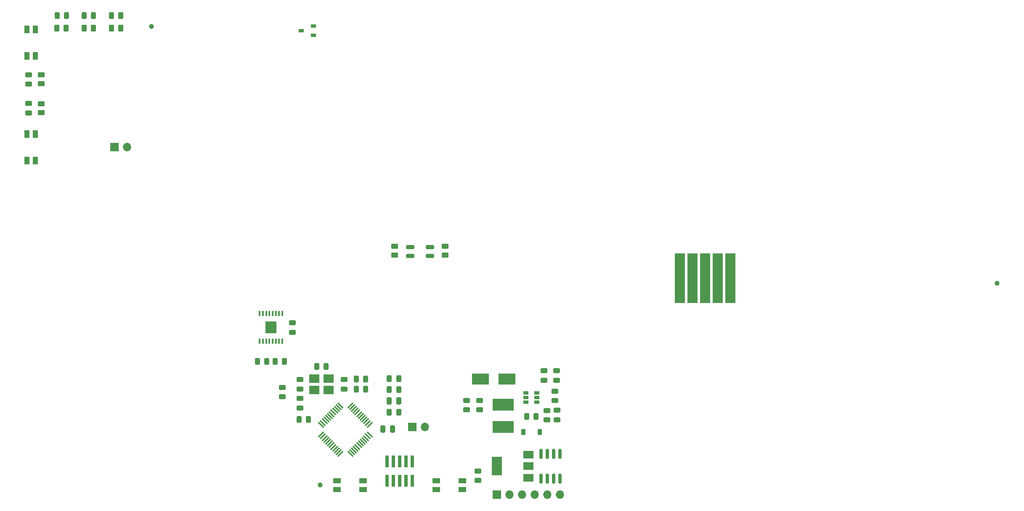
<source format=gts>
G04 #@! TF.GenerationSoftware,KiCad,Pcbnew,6.0.0-d3dd2cf0fa~116~ubuntu21.10.1*
G04 #@! TF.CreationDate,2022-02-12T15:32:21+00:00*
G04 #@! TF.ProjectId,mobo,6d6f626f-2e6b-4696-9361-645f70636258,rev?*
G04 #@! TF.SameCoordinates,Original*
G04 #@! TF.FileFunction,Soldermask,Top*
G04 #@! TF.FilePolarity,Negative*
%FSLAX46Y46*%
G04 Gerber Fmt 4.6, Leading zero omitted, Abs format (unit mm)*
G04 Created by KiCad (PCBNEW 6.0.0-d3dd2cf0fa~116~ubuntu21.10.1) date 2022-02-12 15:32:21*
%MOMM*%
%LPD*%
G01*
G04 APERTURE LIST*
G04 Aperture macros list*
%AMRoundRect*
0 Rectangle with rounded corners*
0 $1 Rounding radius*
0 $2 $3 $4 $5 $6 $7 $8 $9 X,Y pos of 4 corners*
0 Add a 4 corners polygon primitive as box body*
4,1,4,$2,$3,$4,$5,$6,$7,$8,$9,$2,$3,0*
0 Add four circle primitives for the rounded corners*
1,1,$1+$1,$2,$3*
1,1,$1+$1,$4,$5*
1,1,$1+$1,$6,$7*
1,1,$1+$1,$8,$9*
0 Add four rect primitives between the rounded corners*
20,1,$1+$1,$2,$3,$4,$5,0*
20,1,$1+$1,$4,$5,$6,$7,0*
20,1,$1+$1,$6,$7,$8,$9,0*
20,1,$1+$1,$8,$9,$2,$3,0*%
G04 Aperture macros list end*
%ADD10RoundRect,0.243750X0.456250X-0.243750X0.456250X0.243750X-0.456250X0.243750X-0.456250X-0.243750X0*%
%ADD11RoundRect,0.243750X-0.243750X-0.456250X0.243750X-0.456250X0.243750X0.456250X-0.243750X0.456250X0*%
%ADD12RoundRect,0.243750X-0.456250X0.243750X-0.456250X-0.243750X0.456250X-0.243750X0.456250X0.243750X0*%
%ADD13RoundRect,0.243750X0.243750X0.456250X-0.243750X0.456250X-0.243750X-0.456250X0.243750X-0.456250X0*%
%ADD14R,3.500000X2.300000*%
%ADD15R,0.900000X1.200000*%
%ADD16C,1.000000*%
%ADD17R,4.200000X2.400000*%
%ADD18R,1.700000X1.700000*%
%ADD19O,1.700000X1.700000*%
%ADD20RoundRect,0.250000X-0.450000X0.262500X-0.450000X-0.262500X0.450000X-0.262500X0.450000X0.262500X0*%
%ADD21RoundRect,0.250000X0.450000X-0.262500X0.450000X0.262500X-0.450000X0.262500X-0.450000X-0.262500X0*%
%ADD22R,1.000000X1.550000*%
%ADD23R,1.000000X0.700000*%
%ADD24RoundRect,0.150000X0.150000X-0.825000X0.150000X0.825000X-0.150000X0.825000X-0.150000X-0.825000X0*%
%ADD25R,2.310000X2.460000*%
%ADD26R,0.450000X1.050000*%
%ADD27R,2.000000X1.500000*%
%ADD28R,2.000000X3.800000*%
%ADD29RoundRect,0.075000X-0.521491X0.415425X0.415425X-0.521491X0.521491X-0.415425X-0.415425X0.521491X0*%
%ADD30RoundRect,0.075000X-0.521491X-0.415425X-0.415425X-0.521491X0.521491X0.415425X0.415425X0.521491X0*%
%ADD31R,1.060000X0.650000*%
%ADD32R,2.100000X1.800000*%
%ADD33RoundRect,0.250000X0.262500X0.450000X-0.262500X0.450000X-0.262500X-0.450000X0.262500X-0.450000X0*%
%ADD34RoundRect,0.197500X0.632500X-0.197500X0.632500X0.197500X-0.632500X0.197500X-0.632500X-0.197500X0*%
%ADD35R,2.000000X10.000000*%
%ADD36R,0.740000X2.400000*%
%ADD37R,1.550000X1.000000*%
%ADD38RoundRect,0.250000X0.250000X0.475000X-0.250000X0.475000X-0.250000X-0.475000X0.250000X-0.475000X0*%
%ADD39RoundRect,0.250000X-0.250000X-0.475000X0.250000X-0.475000X0.250000X0.475000X-0.250000X0.475000X0*%
G04 APERTURE END LIST*
D10*
X70866000Y-82217500D03*
X70866000Y-80342500D03*
D11*
X73302500Y-80200000D03*
X75177500Y-80200000D03*
X73309000Y-82296000D03*
X75184000Y-82296000D03*
D12*
X61976000Y-84152500D03*
X61976000Y-86027500D03*
D13*
X67231500Y-77724000D03*
X65356500Y-77724000D03*
D10*
X61976000Y-82217500D03*
X61976000Y-80342500D03*
D13*
X58849500Y-76708000D03*
X56974500Y-76708000D03*
D12*
X60452000Y-68912500D03*
X60452000Y-70787500D03*
X97790000Y-98757500D03*
X97790000Y-100632500D03*
D11*
X79972500Y-82360000D03*
X81847500Y-82360000D03*
X79972500Y-80110000D03*
X81847500Y-80110000D03*
D10*
X111700000Y-88417500D03*
X111700000Y-86542500D03*
D12*
X113665000Y-78564500D03*
X113665000Y-80439500D03*
X111125000Y-78564500D03*
X111125000Y-80439500D03*
D13*
X109522500Y-87757000D03*
X107647500Y-87757000D03*
D10*
X98171000Y-86408500D03*
X98171000Y-84533500D03*
X95504000Y-86408500D03*
X95504000Y-84533500D03*
X7366000Y-20828000D03*
X7366000Y-18953000D03*
X7366000Y-26591500D03*
X7366000Y-24716500D03*
D14*
X103665000Y-80264000D03*
X98265000Y-80264000D03*
D15*
X110235000Y-90932000D03*
X106935000Y-90932000D03*
D16*
X66030000Y-101570000D03*
X32070000Y-9180000D03*
X202300000Y-60950000D03*
D17*
X102870000Y-85380000D03*
X102870000Y-89880000D03*
D18*
X84582000Y-89916000D03*
D19*
X87122000Y-89916000D03*
D18*
X24628000Y-33528000D03*
D19*
X27168000Y-33528000D03*
D20*
X9906000Y-24741500D03*
X9906000Y-26566500D03*
X9906000Y-18899500D03*
X9906000Y-20724500D03*
D13*
X63675500Y-88392000D03*
X61800500Y-88392000D03*
D21*
X81026000Y-55268500D03*
X81026000Y-53443500D03*
X91186000Y-55268500D03*
X91186000Y-53443500D03*
D10*
X113754000Y-88402000D03*
X113754000Y-86527000D03*
D12*
X113284000Y-82707000D03*
X113284000Y-84582000D03*
D22*
X7024000Y-9821000D03*
X7024000Y-15071000D03*
X8724000Y-15071000D03*
X8724000Y-9821000D03*
X7024000Y-30903000D03*
X7024000Y-36153000D03*
X8724000Y-36153000D03*
X8724000Y-30903000D03*
D23*
X64676000Y-10991000D03*
X64676000Y-9091000D03*
X62276000Y-10041000D03*
D24*
X110490000Y-100265000D03*
X111760000Y-100265000D03*
X113030000Y-100265000D03*
X114300000Y-100265000D03*
X114300000Y-95315000D03*
X113030000Y-95315000D03*
X111760000Y-95315000D03*
X110490000Y-95315000D03*
D25*
X56145000Y-69831000D03*
D26*
X58420000Y-67056000D03*
X57770000Y-67056000D03*
X57120000Y-67056000D03*
X56470000Y-67056000D03*
X55820000Y-67056000D03*
X55170000Y-67056000D03*
X54520000Y-67056000D03*
X53870000Y-67056000D03*
X53870000Y-72606000D03*
X54520000Y-72606000D03*
X55170000Y-72606000D03*
X55820000Y-72606000D03*
X56470000Y-72606000D03*
X57120000Y-72606000D03*
X57770000Y-72606000D03*
X58420000Y-72606000D03*
D27*
X107925000Y-100090000D03*
X107925000Y-97790000D03*
D28*
X101625000Y-97790000D03*
D27*
X107925000Y-95490000D03*
D29*
X70121212Y-85536124D03*
X69767658Y-85889678D03*
X69414105Y-86243231D03*
X69060551Y-86596785D03*
X68706998Y-86950338D03*
X68353445Y-87303891D03*
X67999891Y-87657445D03*
X67646338Y-88010998D03*
X67292785Y-88364551D03*
X66939231Y-88718105D03*
X66585678Y-89071658D03*
X66232124Y-89425212D03*
D30*
X66232124Y-91422788D03*
X66585678Y-91776342D03*
X66939231Y-92129895D03*
X67292785Y-92483449D03*
X67646338Y-92837002D03*
X67999891Y-93190555D03*
X68353445Y-93544109D03*
X68706998Y-93897662D03*
X69060551Y-94251215D03*
X69414105Y-94604769D03*
X69767658Y-94958322D03*
X70121212Y-95311876D03*
D29*
X72118788Y-95311876D03*
X72472342Y-94958322D03*
X72825895Y-94604769D03*
X73179449Y-94251215D03*
X73533002Y-93897662D03*
X73886555Y-93544109D03*
X74240109Y-93190555D03*
X74593662Y-92837002D03*
X74947215Y-92483449D03*
X75300769Y-92129895D03*
X75654322Y-91776342D03*
X76007876Y-91422788D03*
D30*
X76007876Y-89425212D03*
X75654322Y-89071658D03*
X75300769Y-88718105D03*
X74947215Y-88364551D03*
X74593662Y-88010998D03*
X74240109Y-87657445D03*
X73886555Y-87303891D03*
X73533002Y-86950338D03*
X73179449Y-86596785D03*
X72825895Y-86243231D03*
X72472342Y-85889678D03*
X72118788Y-85536124D03*
D31*
X109685000Y-84897000D03*
X109685000Y-83947000D03*
X109685000Y-82997000D03*
X107485000Y-82997000D03*
X107485000Y-83947000D03*
X107485000Y-84897000D03*
D32*
X67744000Y-80130000D03*
X64844000Y-80130000D03*
X64844000Y-82430000D03*
X67744000Y-82430000D03*
D13*
X55293500Y-76708000D03*
X53418500Y-76708000D03*
D11*
X13125000Y-7000000D03*
X15000000Y-7000000D03*
X18562500Y-7000000D03*
X20437500Y-7000000D03*
X24062500Y-7000000D03*
X25937500Y-7000000D03*
D33*
X14912500Y-9500000D03*
X13087500Y-9500000D03*
X20412500Y-9500000D03*
X18587500Y-9500000D03*
X25912500Y-9500000D03*
X24087500Y-9500000D03*
D11*
X79972500Y-86920000D03*
X81847500Y-86920000D03*
D12*
X58430000Y-81942500D03*
X58430000Y-83817500D03*
D34*
X88169500Y-53650000D03*
X84169500Y-53650000D03*
X84169500Y-55450000D03*
X88169500Y-55450000D03*
D35*
X138400000Y-59900000D03*
X140940000Y-59900000D03*
X143480000Y-59900000D03*
X146020000Y-59900000D03*
X148560000Y-59900000D03*
D36*
X79550000Y-100690000D03*
X79550000Y-96790000D03*
X80820000Y-100690000D03*
X80820000Y-96790000D03*
X82090000Y-100690000D03*
X82090000Y-96790000D03*
X83360000Y-100690000D03*
X83360000Y-96790000D03*
X84630000Y-100690000D03*
X84630000Y-96790000D03*
D37*
X94700000Y-102450000D03*
X89450000Y-102450000D03*
X94700000Y-100750000D03*
X89450000Y-100750000D03*
D38*
X81860000Y-84640000D03*
X79960000Y-84640000D03*
D37*
X74700000Y-102450000D03*
X69450000Y-102450000D03*
X69450000Y-100750000D03*
X74700000Y-100750000D03*
D39*
X78670000Y-90280000D03*
X80570000Y-90280000D03*
D18*
X101600000Y-103505000D03*
D19*
X104140000Y-103505000D03*
X106680000Y-103505000D03*
X109220000Y-103505000D03*
X111760000Y-103505000D03*
X114300000Y-103505000D03*
M02*

</source>
